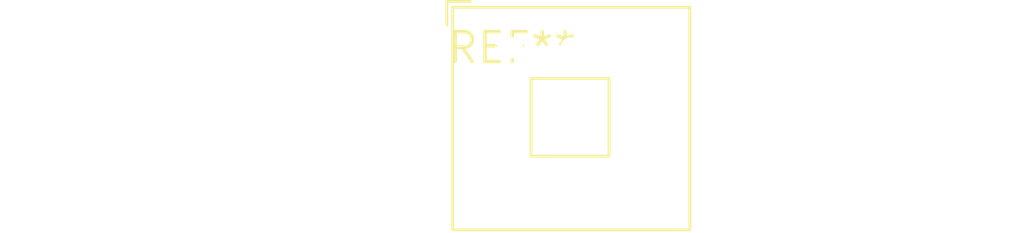
<source format=kicad_pcb>
(kicad_pcb (version 20240108) (generator pcbnew)
  (layers (0 "F.Cu" signal) (31 "B.Cu" signal) (34 "B.Paste" user) (35 "F.Paste" user) (36 "B.SilkS" user "B.Silkscreen") (37 "F.SilkS" user "F.Silkscreen") (38 "B.Mask" user) (39 "F.Mask" user) (44 "Edge.Cuts" user))
  (net 0 "")
  (footprint "SW_Push_2P2T_Toggle_CK_PVA2xxH3xxxxxxV2" (layer "F.Cu") (at 0 0)
    (property "Reference" "REF**")
    (property "Value" "SW_Push_2P2T_Toggle_CK_PVA2xxH3xxxxxxV2")
    (fp_line (start -2.77 -0.97) (end -2.77 -1.97) (layer "F.SilkS") (stroke (width 0.12)))
    (fp_line (start -2.52 7.72) (end -2.52 -1.72) (layer "F.SilkS") (stroke (width 0.12)))
    (fp_line (start -1.77 -1.97) (end -2.77 -1.97) (layer "F.SilkS") (stroke (width 0.12)))
    (fp_line (start 0.8 1.3) (end 0.8 4.6) (layer "F.SilkS") (stroke (width 0.12)))
    (fp_line (start 4.1 1.3) (end 0.8 1.3) (layer "F.SilkS") (stroke (width 0.12)))
    (fp_line (start 4.1 1.3) (end 4.1 4.6) (layer "F.SilkS") (stroke (width 0.12)))
    (fp_line (start 4.1 4.6) (end 0.8 4.6) (layer "F.SilkS") (stroke (width 0.12)))
    (fp_line (start 7.52 -1.72) (end -2.52 -1.72) (layer "F.SilkS") (stroke (width 0.12)))
    (fp_line (start 7.52 7.72) (end -2.52 7.72) (layer "F.SilkS") (stroke (width 0.12)))
    (fp_line (start 7.52 7.72) (end 7.52 -1.72) (layer "F.SilkS") (stroke (width 0.12)))
    (pad "1" thru_hole rect (at 0 0) (size 1.8 1.8) (drill 0.9) (layers *.Cu *.Mask) (remove_unused_layers))
    (pad "2" thru_hole circle (at 2.5 0) (size 1.8 1.8) (drill 0.9) (layers *.Cu *.Mask) (remove_unused_layers))
    (pad "3" thru_hole circle (at 5 0) (size 1.8 1.8) (drill 0.9) (layers *.Cu *.Mask) (remove_unused_layers))
    (pad "4" thru_hole circle (at 0 6) (size 1.8 1.8) (drill 0.9) (layers *.Cu *.Mask) (remove_unused_layers))
    (pad "5" thru_hole circle (at 2.5 6) (size 1.8 1.8) (drill 0.9) (layers *.Cu *.Mask) (remove_unused_layers))
    (pad "6" thru_hole circle (at 5 6) (size 1.8 1.8) (drill 0.9) (layers *.Cu *.Mask) (remove_unused_layers))
  )
)
</source>
